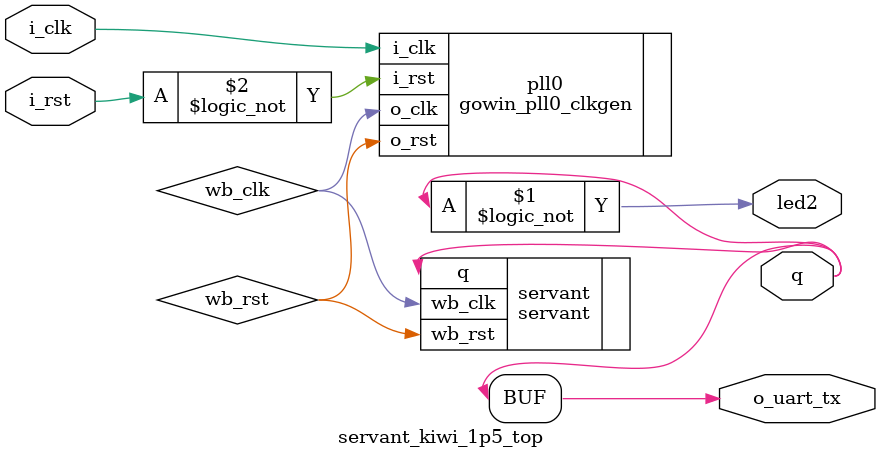
<source format=v>
/*
 * servant_kiwi_1p5.v : servant toplevel for Kiwi-1P5 board.
 *
 * SPDX-FileCopyrightText: 2025 Grug Huhler
 * SPDX-License-Identifier: ISC
 * This file is a simple adaptation of other servant top level
 * files.
 */

`default_nettype none
module servant_kiwi_1p5_top
  (input wire  i_clk, // 27 MHz
   input wire  i_rst, // low when pressed on the 1p5
   output wire o_uart_tx,
   output wire q,     // LED1 on board
   output wire led2); // opposite of q

   // serv pre-built software tested:
   //  zephyr_hello.hex: Zephyr RTOS hello world.  Needs 8192 bytes SRAM
   //  blinky.hex: Very slowly blinks LED.  Works with 128 bytes
   //  hello_uart.hex: Hello without RTOS.  Works with 128 bytes
   parameter memfile = "../sw/zephyr_hello.hex";
   parameter memsize = 8192;

   wire wb_clk;
   wire wb_rst;

   // LED2 glows faintly unless driven
   assign led2 = !q;

   // GPIO q drives UART unless we are just blinking the LED
   assign o_uart_tx = (memfile == "../sw/blinky.hex") ? 1'b1 : q;
  
   gowin_pll0_clkgen pll0
     (.i_clk(i_clk),
      .i_rst(!i_rst), // active low to active high
      .o_clk(wb_clk),
      .o_rst(wb_rst));
  
   servant
     #(.memfile (memfile),
       .memsize (memsize))
   servant
     (.wb_clk (wb_clk),
      .wb_rst (wb_rst),
      .q      (q));

endmodule

</source>
